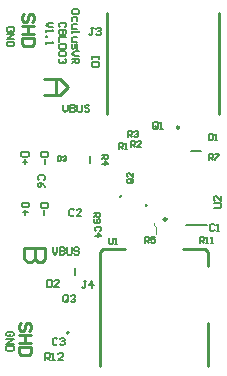
<source format=gto>
%FSLAX25Y25*%
%MOIN*%
G70*
G01*
G75*
G04 Layer_Color=65535*
%ADD10R,0.05500X0.08000*%
%ADD11R,0.12000X0.15000*%
%ADD12R,0.01500X0.02000*%
%ADD13R,0.02000X0.01500*%
%ADD14R,0.01575X0.01969*%
%ADD15R,0.02500X0.03000*%
%ADD16R,0.02000X0.02000*%
%ADD17R,0.00984X0.01969*%
%ADD18R,0.04331X0.04724*%
%ADD19R,0.03937X0.06299*%
%ADD20R,0.01575X0.01850*%
%ADD21R,0.06693X0.03740*%
%ADD22R,0.01575X0.01850*%
%ADD23R,0.01181X0.02598*%
%ADD24R,0.01575X0.01929*%
%ADD25R,0.01181X0.01929*%
%ADD26R,0.14961X0.12047*%
%ADD27R,0.02756X0.01575*%
%ADD28C,0.02000*%
%ADD29C,0.02500*%
%ADD30C,0.01000*%
%ADD31C,0.01500*%
%ADD32C,0.00800*%
%ADD33C,0.04000*%
%ADD34C,0.00700*%
%ADD35C,0.00500*%
%ADD36C,0.00600*%
%ADD37C,0.01200*%
%ADD38R,0.01969X0.00787*%
%ADD39R,0.04134X0.05512*%
%ADD40C,0.08268*%
%ADD41O,0.17716X0.06299*%
%ADD42O,0.06299X0.15748*%
%ADD43O,0.15748X0.06299*%
%ADD44C,0.02000*%
%ADD45C,0.05000*%
%ADD46C,0.04000*%
%ADD47C,0.00394*%
%ADD48C,0.00591*%
D30*
X61600Y82800D02*
G03*
X61600Y82800I-300J0D01*
G01*
X50800Y56800D02*
G03*
X50800Y56800I-200J0D01*
G01*
X57513Y52129D02*
G03*
X57513Y52129I-492J0D01*
G01*
X42200Y59800D02*
G03*
X42200Y59800I-200J0D01*
G01*
X37639Y87298D02*
Y120763D01*
X75000Y87300D02*
Y120765D01*
X35200Y41300D02*
X36200Y42300D01*
X43500D01*
X63000D02*
X70200D01*
X71200Y41300D01*
Y36500D02*
Y41300D01*
X35200Y3400D02*
Y41300D01*
X71200Y3400D02*
Y17700D01*
X16998Y42500D02*
X10000D01*
Y39001D01*
X11166Y37835D01*
X12333D01*
X13499Y39001D01*
Y42500D01*
Y39001D01*
X14665Y37835D01*
X15832D01*
X16998Y39001D01*
Y42500D01*
X16800Y99000D02*
X22132D01*
X24797Y96334D01*
X22132Y93668D01*
X16800D01*
X20799D01*
Y99000D01*
X12632Y118034D02*
X13299Y118701D01*
Y120034D01*
X12632Y120700D01*
X11966D01*
X11299Y120034D01*
Y118701D01*
X10633Y118034D01*
X9967D01*
X9300Y118701D01*
Y120034D01*
X9967Y120700D01*
X13299Y116701D02*
X9300D01*
X11299D01*
Y114035D01*
X13299D01*
X9300D01*
X13299Y112703D02*
X9300D01*
Y110703D01*
X9967Y110037D01*
X12632D01*
X13299Y110703D01*
Y112703D01*
X11732Y14834D02*
X12399Y15501D01*
Y16834D01*
X11732Y17500D01*
X11066D01*
X10399Y16834D01*
Y15501D01*
X9733Y14834D01*
X9066D01*
X8400Y15501D01*
Y16834D01*
X9066Y17500D01*
X12399Y13501D02*
X8400D01*
X10399D01*
Y10836D01*
X12399D01*
X8400D01*
X12399Y9503D02*
X8400D01*
Y7503D01*
X9066Y6837D01*
X11732D01*
X12399Y7503D01*
Y9503D01*
D32*
X24972Y14375D02*
G03*
X24972Y14375I-394J0D01*
G01*
D35*
X21300Y73199D02*
Y71600D01*
X22100D01*
X22366Y71867D01*
Y72933D01*
X22100Y73199D01*
X21300D01*
X22899Y72933D02*
X23166Y73199D01*
X23699D01*
X23966Y72933D01*
Y72666D01*
X23699Y72400D01*
X23433D01*
X23699D01*
X23966Y72133D01*
Y71867D01*
X23699Y71600D01*
X23166D01*
X22899Y71867D01*
D36*
X64100Y50200D02*
X71100D01*
X65725Y75050D02*
X68875D01*
X17000Y5100D02*
Y7499D01*
X18200D01*
X18599Y7099D01*
Y6300D01*
X18200Y5900D01*
X17000D01*
X17800D02*
X18599Y5100D01*
X19399D02*
X20199D01*
X19799D01*
Y7499D01*
X19399Y7099D01*
X22998Y5100D02*
X21399D01*
X22998Y6700D01*
Y7099D01*
X22598Y7499D01*
X21798D01*
X21399Y7099D01*
X24700Y24900D02*
Y26499D01*
X24300Y26899D01*
X23500D01*
X23100Y26499D01*
Y24900D01*
X23500Y24500D01*
X24300D01*
X23900Y25300D02*
X24700Y24500D01*
X24300D02*
X24700Y24900D01*
X25499Y26499D02*
X25899Y26899D01*
X26699D01*
X27099Y26499D01*
Y26100D01*
X26699Y25700D01*
X26299D01*
X26699D01*
X27099Y25300D01*
Y24900D01*
X26699Y24500D01*
X25899D01*
X25499Y24900D01*
X17700Y31999D02*
Y29600D01*
X18900D01*
X19299Y30000D01*
Y31599D01*
X18900Y31999D01*
X17700D01*
X21699Y29600D02*
X20099D01*
X21699Y31199D01*
Y31599D01*
X21299Y31999D01*
X20499D01*
X20099Y31599D01*
X16499Y65201D02*
X16899Y65600D01*
Y66400D01*
X16499Y66800D01*
X14900D01*
X14500Y66400D01*
Y65600D01*
X14900Y65201D01*
X16899Y62801D02*
X16499Y63601D01*
X15700Y64401D01*
X14900D01*
X14500Y64001D01*
Y63201D01*
X14900Y62801D01*
X15300D01*
X15700Y63201D01*
Y64401D01*
X68700Y44200D02*
Y46199D01*
X69700D01*
X70033Y45866D01*
Y45200D01*
X69700Y44866D01*
X68700D01*
X69366D02*
X70033Y44200D01*
X70699D02*
X71366D01*
X71033D01*
Y46199D01*
X70699Y45866D01*
X72365Y44200D02*
X73032D01*
X72699D01*
Y46199D01*
X72365Y45866D01*
X71800Y80499D02*
Y78500D01*
X72800D01*
X73133Y78833D01*
Y80166D01*
X72800Y80499D01*
X71800D01*
X73799Y78500D02*
X74466D01*
X74133D01*
Y80499D01*
X73799Y80166D01*
X35266Y48267D02*
X35599Y48600D01*
Y49267D01*
X35266Y49600D01*
X33933D01*
X33600Y49267D01*
Y48600D01*
X33933Y48267D01*
X33600Y46601D02*
X35599D01*
X34600Y47601D01*
Y46268D01*
X73500Y50099D02*
X73100Y50499D01*
X72300D01*
X71900Y50099D01*
Y48500D01*
X72300Y48100D01*
X73100D01*
X73500Y48500D01*
X74299Y48100D02*
X75099D01*
X74699D01*
Y50499D01*
X74299Y50099D01*
X33200Y115999D02*
X32400D01*
X32800D01*
Y114000D01*
X32400Y113600D01*
X32000D01*
X31600Y114000D01*
X33999Y115599D02*
X34399Y115999D01*
X35199D01*
X35599Y115599D01*
Y115199D01*
X35199Y114800D01*
X34799D01*
X35199D01*
X35599Y114400D01*
Y114000D01*
X35199Y113600D01*
X34399D01*
X33999Y114000D01*
X30799Y31599D02*
X30000D01*
X30400D01*
Y29600D01*
X30000Y29200D01*
X29600D01*
X29200Y29600D01*
X32799Y29200D02*
Y31599D01*
X31599Y30400D01*
X33199D01*
X54599Y82700D02*
Y84299D01*
X54200Y84699D01*
X53400D01*
X53000Y84299D01*
Y82700D01*
X53400Y82300D01*
X54200D01*
X53800Y83100D02*
X54599Y82300D01*
X54200D02*
X54599Y82700D01*
X55399Y82300D02*
X56199D01*
X55799D01*
Y84699D01*
X55399Y84299D01*
X45867Y65733D02*
X44534D01*
X44201Y65400D01*
Y64733D01*
X44534Y64400D01*
X45867D01*
X46200Y64733D01*
Y65400D01*
X45534Y65066D02*
X46200Y65733D01*
Y65400D02*
X45867Y65733D01*
X46200Y67732D02*
Y66399D01*
X44867Y67732D01*
X44534D01*
X44201Y67399D01*
Y66733D01*
X44534Y66399D01*
X41600Y75500D02*
Y77499D01*
X42600D01*
X42933Y77166D01*
Y76500D01*
X42600Y76166D01*
X41600D01*
X42266D02*
X42933Y75500D01*
X43599D02*
X44266D01*
X43933D01*
Y77499D01*
X43599Y77166D01*
X45600Y76100D02*
Y78099D01*
X46600D01*
X46933Y77766D01*
Y77100D01*
X46600Y76766D01*
X45600D01*
X46266D02*
X46933Y76100D01*
X48932D02*
X47599D01*
X48932Y77433D01*
Y77766D01*
X48599Y78099D01*
X47933D01*
X47599Y77766D01*
X44600Y79500D02*
Y81499D01*
X45600D01*
X45933Y81166D01*
Y80500D01*
X45600Y80166D01*
X44600D01*
X45266D02*
X45933Y79500D01*
X46599Y81166D02*
X46933Y81499D01*
X47599D01*
X47932Y81166D01*
Y80833D01*
X47599Y80500D01*
X47266D01*
X47599D01*
X47932Y80166D01*
Y79833D01*
X47599Y79500D01*
X46933D01*
X46599Y79833D01*
X36000Y73700D02*
X37999D01*
Y72700D01*
X37666Y72367D01*
X37000D01*
X36666Y72700D01*
Y73700D01*
Y73034D02*
X36000Y72367D01*
Y70701D02*
X37999D01*
X37000Y71701D01*
Y70368D01*
X50400Y44200D02*
Y46199D01*
X51400D01*
X51733Y45866D01*
Y45200D01*
X51400Y44866D01*
X50400D01*
X51066D02*
X51733Y44200D01*
X53732Y46199D02*
X52399D01*
Y45200D01*
X53066Y45533D01*
X53399D01*
X53732Y45200D01*
Y44533D01*
X53399Y44200D01*
X52733D01*
X52399Y44533D01*
X71700Y72000D02*
Y73999D01*
X72700D01*
X73033Y73666D01*
Y73000D01*
X72700Y72666D01*
X71700D01*
X72366D02*
X73033Y72000D01*
X73699Y73999D02*
X75032D01*
Y73666D01*
X73699Y72333D01*
Y72000D01*
X38300Y45799D02*
Y44133D01*
X38633Y43800D01*
X39300D01*
X39633Y44133D01*
Y45799D01*
X40299Y43800D02*
X40966D01*
X40633D01*
Y45799D01*
X40299Y45466D01*
X73201Y55900D02*
X75200D01*
X75600Y56300D01*
Y57100D01*
X75200Y57499D01*
X73201D01*
X75600Y59899D02*
Y58299D01*
X74001Y59899D01*
X73601D01*
X73201Y59499D01*
Y58699D01*
X73601Y58299D01*
X26700Y55199D02*
X26300Y55599D01*
X25500D01*
X25100Y55199D01*
Y53600D01*
X25500Y53200D01*
X26300D01*
X26700Y53600D01*
X29099Y53200D02*
X27499D01*
X29099Y54799D01*
Y55199D01*
X28699Y55599D01*
X27899D01*
X27499Y55199D01*
X21100Y12299D02*
X20700Y12699D01*
X19900D01*
X19500Y12299D01*
Y10700D01*
X19900Y10300D01*
X20700D01*
X21100Y10700D01*
X21899Y12299D02*
X22299Y12699D01*
X23099D01*
X23499Y12299D01*
Y11900D01*
X23099Y11500D01*
X22699D01*
X23099D01*
X23499Y11100D01*
Y10700D01*
X23099Y10300D01*
X22299D01*
X21899Y10700D01*
X33300Y54400D02*
X35299D01*
Y53400D01*
X34966Y53067D01*
X34300D01*
X33966Y53400D01*
Y54400D01*
Y53734D02*
X33300Y53067D01*
X33633Y52401D02*
X33300Y52067D01*
Y51401D01*
X33633Y51068D01*
X34966D01*
X35299Y51401D01*
Y52067D01*
X34966Y52401D01*
X34633D01*
X34300Y52067D01*
Y51068D01*
X23699Y116101D02*
X24099Y116500D01*
Y117300D01*
X23699Y117700D01*
X22100D01*
X21700Y117300D01*
Y116500D01*
X22100Y116101D01*
X24099Y115301D02*
X21700D01*
Y114101D01*
X22100Y113701D01*
X22500D01*
X22900Y114101D01*
Y115301D01*
Y114101D01*
X23300Y113701D01*
X23699D01*
X24099Y114101D01*
Y115301D01*
Y112902D02*
X21700D01*
Y111302D01*
X23699Y110502D02*
X24099Y110102D01*
Y109303D01*
X23699Y108903D01*
X22100D01*
X21700Y109303D01*
Y110102D01*
X22100Y110502D01*
X23699D01*
Y108103D02*
X24099Y107703D01*
Y106904D01*
X23699Y106504D01*
X22100D01*
X21700Y106904D01*
Y107703D01*
X22100Y108103D01*
X23699D01*
Y105704D02*
X24099Y105304D01*
Y104504D01*
X23699Y104104D01*
X23300D01*
X22900Y104504D01*
Y104904D01*
Y104504D01*
X22500Y104104D01*
X22100D01*
X21700Y104504D01*
Y105304D01*
X22100Y105704D01*
X28439Y120900D02*
Y121700D01*
X28039Y122100D01*
X26439D01*
X26039Y121700D01*
Y120900D01*
X26439Y120501D01*
X28039D01*
X28439Y120900D01*
X27639Y118101D02*
Y119301D01*
X27239Y119701D01*
X26439D01*
X26039Y119301D01*
Y118101D01*
X27639Y117302D02*
X26439D01*
X26039Y116902D01*
Y115702D01*
X27639D01*
X26039Y114902D02*
Y114103D01*
Y114503D01*
X28439D01*
Y114902D01*
X27639Y112903D02*
X26439D01*
X26039Y112503D01*
Y111303D01*
X27639D01*
X26039Y110504D02*
Y109304D01*
X26439Y108904D01*
X26839Y109304D01*
Y110104D01*
X27239Y110504D01*
X27639Y110104D01*
Y108904D01*
X28439Y108105D02*
X26839D01*
X26039Y107305D01*
X26839Y106505D01*
X28439D01*
X26039Y105705D02*
X28439D01*
Y104506D01*
X28039Y104106D01*
X27239D01*
X26839Y104506D01*
Y105705D01*
Y104906D02*
X26039Y104106D01*
X6399Y114601D02*
X6799Y115000D01*
Y115800D01*
X6399Y116200D01*
X4800D01*
X4400Y115800D01*
Y115000D01*
X4800Y114601D01*
X5600D01*
Y115400D01*
X4400Y113801D02*
X6799D01*
X4400Y112201D01*
X6799D01*
Y111402D02*
X4400D01*
Y110202D01*
X4800Y109802D01*
X6399D01*
X6799Y110202D01*
Y111402D01*
X34899Y106500D02*
Y105700D01*
Y106100D01*
X32500D01*
Y106500D01*
Y105700D01*
X34899Y104501D02*
X32500D01*
Y103301D01*
X32900Y102901D01*
X34499D01*
X34899Y103301D01*
Y104501D01*
X11499Y74600D02*
X9100D01*
Y73400D01*
X9500Y73001D01*
X11099D01*
X11499Y73400D01*
Y74600D01*
X10300Y72201D02*
Y70601D01*
X11099Y71401D02*
X9500D01*
X18099Y74600D02*
X15700D01*
Y73400D01*
X16100Y73001D01*
X17699D01*
X18099Y73400D01*
Y74600D01*
X16900Y72201D02*
Y70601D01*
X23000Y90299D02*
Y88700D01*
X23800Y87900D01*
X24600Y88700D01*
Y90299D01*
X25399D02*
Y87900D01*
X26599D01*
X26999Y88300D01*
Y88700D01*
X26599Y89100D01*
X25399D01*
X26599D01*
X26999Y89499D01*
Y89899D01*
X26599Y90299D01*
X25399D01*
X27798D02*
Y88300D01*
X28198Y87900D01*
X28998D01*
X29398Y88300D01*
Y90299D01*
X31797Y89899D02*
X31397Y90299D01*
X30597D01*
X30198Y89899D01*
Y89499D01*
X30597Y89100D01*
X31397D01*
X31797Y88700D01*
Y88300D01*
X31397Y87900D01*
X30597D01*
X30198Y88300D01*
X6099Y13101D02*
X6499Y13500D01*
Y14300D01*
X6099Y14700D01*
X4500D01*
X4100Y14300D01*
Y13500D01*
X4500Y13101D01*
X5300D01*
Y13900D01*
X4100Y12301D02*
X6499D01*
X4100Y10701D01*
X6499D01*
Y9902D02*
X4100D01*
Y8702D01*
X4500Y8302D01*
X6099D01*
X6499Y8702D01*
Y9902D01*
X11599Y57700D02*
X9200D01*
Y56500D01*
X9600Y56100D01*
X11199D01*
X11599Y56500D01*
Y57700D01*
X10400Y55301D02*
Y53701D01*
X11199Y54501D02*
X9600D01*
X17999Y57600D02*
X15600D01*
Y56400D01*
X16000Y56001D01*
X17599D01*
X17999Y56400D01*
Y57600D01*
X16800Y55201D02*
Y53601D01*
X19500Y42799D02*
Y41200D01*
X20300Y40400D01*
X21100Y41200D01*
Y42799D01*
X21899D02*
Y40400D01*
X23099D01*
X23499Y40800D01*
Y41200D01*
X23099Y41600D01*
X21899D01*
X23099D01*
X23499Y42000D01*
Y42399D01*
X23099Y42799D01*
X21899D01*
X24298D02*
Y40800D01*
X24698Y40400D01*
X25498D01*
X25898Y40800D01*
Y42799D01*
X28297Y42399D02*
X27897Y42799D01*
X27097D01*
X26698Y42399D01*
Y42000D01*
X27097Y41600D01*
X27897D01*
X28297Y41200D01*
Y40800D01*
X27897Y40400D01*
X27097D01*
X26698Y40800D01*
X19799Y117700D02*
X18200D01*
X17400Y116900D01*
X18200Y116101D01*
X19799D01*
X17400Y115301D02*
Y114501D01*
Y114901D01*
X19799D01*
X19399Y115301D01*
X17400Y113301D02*
X17800D01*
Y112902D01*
X17400D01*
Y113301D01*
Y111302D02*
Y110502D01*
Y110902D01*
X19799D01*
X19399Y111302D01*
D47*
X54000Y47200D02*
Y49600D01*
X53200Y50400D02*
X54000Y49600D01*
X53200Y50400D02*
Y50900D01*
D48*
X31840Y71019D02*
Y73381D01*
X27040Y33419D02*
Y35781D01*
M02*

</source>
